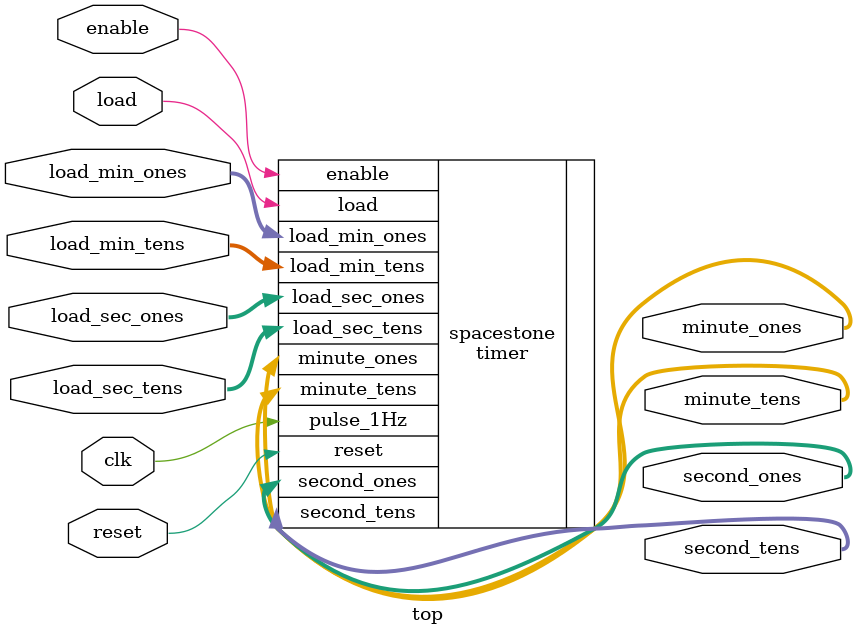
<source format=v>
`timescale 1ns / 1ps


module top(
    input clk,
    input [3:0] load_sec_ones,
    input [3:0] load_sec_tens,
    input [3:0] load_min_ones,
    input [3:0] load_min_tens,
    input load,
    input reset,
    input enable, 
    output [3:0] second_ones,
    output [3:0] second_tens, 
    output [3:0] minute_ones,
    output [3:0] minute_tens
    );  

    timer spacestone (
        .pulse_1Hz (clk),
        .reset (reset),
        .enable (enable),
        .load_min_ones (load_min_ones),
        .load_sec_tens (load_sec_tens),
        .load_sec_ones (load_sec_ones),
        .load_min_tens (load_min_tens),
        .load (load),
        .minute_tens (minute_tens),
        .minute_ones (minute_ones),
        .second_tens (second_tens),
        .second_ones (second_ones)
    );


endmodule
</source>
